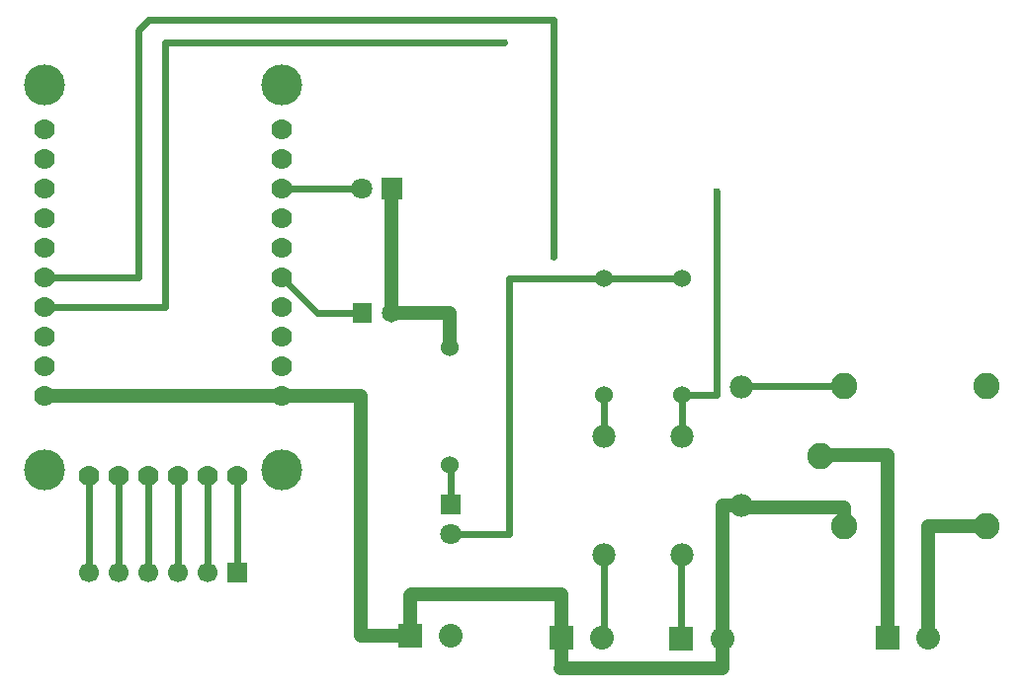
<source format=gbl>
G04 Layer: BottomLayer*
G04 EasyEDA v6.5.8, 2022-08-15 07:29:34*
G04 028e3914a6f949ed9ca799ef75e4ed4f,10*
G04 Gerber Generator version 0.2*
G04 Scale: 100 percent, Rotated: No, Reflected: No *
G04 Dimensions in millimeters *
G04 leading zeros omitted , absolute positions ,4 integer and 5 decimal *
%FSLAX45Y45*%
%MOMM*%

%ADD10C,1.2192*%
%ADD11C,0.6096*%
%ADD12C,1.8000*%
%ADD13R,1.8000X1.8000*%
%ADD14C,1.6510*%
%ADD15C,1.9812*%
%ADD16R,1.7000X1.7000*%
%ADD17C,1.7000*%
%ADD18C,2.0320*%
%ADD19C,2.2499*%
%ADD20C,1.5240*%
%ADD21C,3.5052*%
%ADD22C,1.7780*%
%ADD23C,0.6200*%

%LPD*%
D10*
X4752340Y3708400D02*
G01*
X4330700Y3708400D01*
X4330700Y5765800D01*
X3657600Y5765800D01*
D11*
X5094503Y5177967D02*
G01*
X5105400Y5167071D01*
X5105400Y4838700D01*
X3657600Y7543800D02*
G01*
X4343400Y7543800D01*
X7378700Y7518400D02*
G01*
X7378700Y5778500D01*
X7092365Y5778500D01*
X7086600Y5772734D01*
X1625600Y6527800D02*
G01*
X2654300Y6527800D01*
X2654300Y8801100D01*
X5562600Y8801100D01*
X5981700Y6959600D02*
G01*
X5981700Y8991600D01*
X2514600Y8991600D01*
X2425700Y8902700D01*
X2425700Y6781800D01*
X1625600Y6781800D01*
X3276600Y5080000D02*
G01*
X3276600Y4254500D01*
X3022600Y5080000D02*
G01*
X3022600Y4254500D01*
X2768600Y5080000D02*
G01*
X2768600Y4254500D01*
X2514600Y5080000D02*
G01*
X2514600Y4254500D01*
X2260600Y5080000D02*
G01*
X2260600Y4254500D01*
X2006600Y5080000D02*
G01*
X2006600Y4254500D01*
X3657600Y6781800D02*
G01*
X3962400Y6477000D01*
X4343400Y6477000D01*
X6413500Y6774865D02*
G01*
X5600700Y6774865D01*
X5600700Y4584700D01*
X5105400Y4584700D01*
X6413500Y4406900D02*
G01*
X6413500Y3710939D01*
X6398259Y3695700D01*
X7086600Y4406900D02*
G01*
X7076440Y4396739D01*
X7076440Y3683000D01*
X7086600Y5772734D02*
G01*
X7086600Y5422900D01*
X6415277Y5774944D02*
G01*
X6413500Y5422900D01*
X7084822Y6772655D02*
G01*
X6413500Y6774942D01*
D10*
X5092700Y6177965D02*
G01*
X5092700Y6477000D01*
X4597400Y6477000D01*
X3657600Y5765800D02*
G01*
X1625600Y5765800D01*
X4597400Y6477000D02*
G01*
X4597400Y7543800D01*
X6047740Y3695700D02*
G01*
X6047740Y4064000D01*
X4762500Y4064000D01*
X4752340Y4053839D01*
X4752340Y3708400D01*
X7426959Y3683000D02*
G01*
X7426959Y3429000D01*
X6045200Y3429000D01*
X6047740Y3431539D01*
X6047740Y3695700D01*
X7594600Y4826000D02*
G01*
X7429500Y4826000D01*
X7429500Y3685539D01*
X7426959Y3683000D01*
X8470900Y4648200D02*
G01*
X8470900Y4813300D01*
X7607300Y4813300D01*
X7594600Y4826000D01*
D11*
X8470900Y5848197D02*
G01*
X7600797Y5848197D01*
X7594600Y5842000D01*
D10*
X9192259Y3695700D02*
G01*
X9192259Y4648200D01*
X9690887Y4648200D01*
X8841740Y3695700D02*
G01*
X8841740Y5257800D01*
X8280501Y5257800D01*
X8270900Y5248198D01*
D12*
G01*
X4343400Y7543800D03*
G36*
X4507407Y7633792D02*
G01*
X4687392Y7633792D01*
X4687392Y7453807D01*
X4507407Y7453807D01*
G37*
G01*
X5105400Y4584700D03*
D13*
G01*
X5105400Y4838700D03*
G36*
X4260850Y6559550D02*
G01*
X4425950Y6559550D01*
X4425950Y6394450D01*
X4260850Y6394450D01*
G37*
D14*
G01*
X4597400Y6477000D03*
D15*
G01*
X6413500Y5422900D03*
G01*
X6413500Y4406900D03*
G01*
X7086600Y5422900D03*
G01*
X7086600Y4406900D03*
G01*
X7594600Y5842000D03*
G01*
X7594600Y4826000D03*
D16*
G01*
X3276600Y4254500D03*
D17*
G01*
X3022600Y4254500D03*
G01*
X2768600Y4254500D03*
G01*
X2514600Y4254500D03*
G01*
X2260600Y4254500D03*
G01*
X2006600Y4254500D03*
G36*
X4650740Y3810000D02*
G01*
X4853940Y3810000D01*
X4853940Y3606800D01*
X4650740Y3606800D01*
G37*
D18*
G01*
X5102859Y3708400D03*
G36*
X5946140Y3797300D02*
G01*
X6149340Y3797300D01*
X6149340Y3594100D01*
X5946140Y3594100D01*
G37*
G01*
X6398259Y3695700D03*
G36*
X6974840Y3784600D02*
G01*
X7178040Y3784600D01*
X7178040Y3581400D01*
X6974840Y3581400D01*
G37*
G01*
X7426959Y3683000D03*
G36*
X8740140Y3797300D02*
G01*
X8943340Y3797300D01*
X8943340Y3594100D01*
X8740140Y3594100D01*
G37*
G01*
X9192259Y3695700D03*
D19*
G01*
X8270900Y5248198D03*
G01*
X8470900Y4648200D03*
G01*
X9690887Y4648200D03*
G01*
X9690887Y5848197D03*
G01*
X8470900Y5848197D03*
D20*
G01*
X6413500Y6774865D03*
G01*
X6415303Y5774867D03*
G01*
X7086600Y5772734D03*
G01*
X7084796Y6772732D03*
G01*
X5094503Y5177967D03*
G01*
X5092700Y6177965D03*
D21*
G01*
X3657600Y8432800D03*
D22*
G01*
X3657600Y5765800D03*
G01*
X3657600Y6019800D03*
G01*
X3657600Y6273800D03*
G01*
X3657600Y6527800D03*
G01*
X3657600Y6781800D03*
G01*
X3657600Y7035800D03*
G01*
X3657600Y7289800D03*
G01*
X3657600Y7543800D03*
G01*
X3657600Y7797800D03*
G01*
X3657600Y8051800D03*
D21*
G01*
X3657600Y5130800D03*
D22*
G01*
X3276600Y5080000D03*
G01*
X2006600Y5080000D03*
G01*
X2260600Y5080000D03*
G01*
X2514600Y5080000D03*
G01*
X2768600Y5080000D03*
G01*
X3022600Y5080000D03*
D21*
G01*
X1625600Y5130800D03*
D22*
G01*
X1625600Y5765800D03*
G01*
X1625600Y8051800D03*
G01*
X1625600Y7797800D03*
G01*
X1625600Y7543800D03*
G01*
X1625600Y7289800D03*
G01*
X1625600Y7035800D03*
G01*
X1625600Y6781800D03*
G01*
X1625600Y6527800D03*
G01*
X1625600Y6273800D03*
G01*
X1625600Y6019800D03*
G01*
X1625600Y5765800D03*
D21*
G01*
X1625600Y8432800D03*
D23*
G01*
X5981700Y6959600D03*
G01*
X5562600Y8801100D03*
G01*
X7378700Y7518400D03*
M02*

</source>
